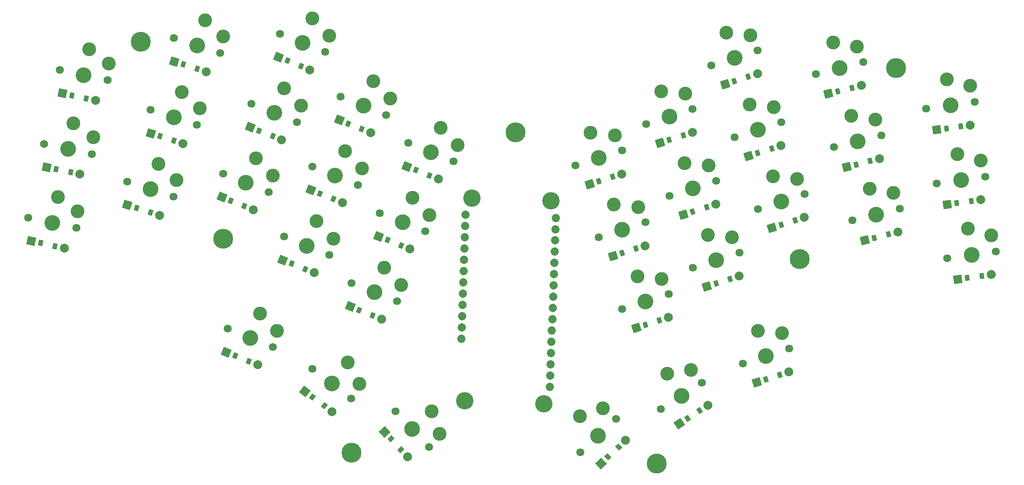
<source format=gbr>
%TF.GenerationSoftware,KiCad,Pcbnew,9.0.0*%
%TF.CreationDate,2025-06-15T19:28:49-07:00*%
%TF.ProjectId,flexible-determinist,666c6578-6962-46c6-952d-64657465726d,v1.0.0*%
%TF.SameCoordinates,Original*%
%TF.FileFunction,Soldermask,Top*%
%TF.FilePolarity,Negative*%
%FSLAX46Y46*%
G04 Gerber Fmt 4.6, Leading zero omitted, Abs format (unit mm)*
G04 Created by KiCad (PCBNEW 9.0.0) date 2025-06-15 19:28:49*
%MOMM*%
%LPD*%
G01*
G04 APERTURE LIST*
G04 Aperture macros list*
%AMRoundRect*
0 Rectangle with rounded corners*
0 $1 Rounding radius*
0 $2 $3 $4 $5 $6 $7 $8 $9 X,Y pos of 4 corners*
0 Add a 4 corners polygon primitive as box body*
4,1,4,$2,$3,$4,$5,$6,$7,$8,$9,$2,$3,0*
0 Add four circle primitives for the rounded corners*
1,1,$1+$1,$2,$3*
1,1,$1+$1,$4,$5*
1,1,$1+$1,$6,$7*
1,1,$1+$1,$8,$9*
0 Add four rect primitives between the rounded corners*
20,1,$1+$1,$2,$3,$4,$5,0*
20,1,$1+$1,$4,$5,$6,$7,0*
20,1,$1+$1,$6,$7,$8,$9,0*
20,1,$1+$1,$8,$9,$2,$3,0*%
G04 Aperture macros list end*
%ADD10C,1.801800*%
%ADD11C,3.529000*%
%ADD12C,3.100000*%
%ADD13RoundRect,0.050000X-1.157292X-0.491241X0.491241X-1.157292X1.157292X0.491241X-0.491241X1.157292X0*%
%ADD14RoundRect,0.050000X-0.641997X-0.387737X0.192469X-0.724883X0.641997X0.387737X-0.192469X0.724883X0*%
%ADD15C,2.005000*%
%ADD16C,0.800000*%
%ADD17C,4.500000*%
%ADD18RoundRect,0.050000X-0.570773X-1.120205X1.120205X-0.570773X0.570773X1.120205X-1.120205X0.570773X0*%
%ADD19RoundRect,0.050000X-0.242565X-0.709692X0.613386X-0.431576X0.242565X0.709692X-0.613386X0.431576X0*%
%ADD20RoundRect,0.050000X-0.647524X-1.077661X1.077661X-0.647524X0.647524X1.077661X-1.077661X0.647524X0*%
%ADD21RoundRect,0.050000X-0.291480X-0.691042X0.581786X-0.473313X0.291480X0.691042X-0.581786X0.473313X0*%
%ADD22RoundRect,0.050000X-1.120205X-0.570773X0.570773X-1.120205X1.120205X0.570773X-0.570773X1.120205X0*%
%ADD23RoundRect,0.050000X-0.613386X-0.431576X0.242565X-0.709692X0.613386X0.431576X-0.242565X0.709692X0*%
%ADD24RoundRect,0.050000X-0.261394X-1.229762X1.229762X-0.261394X0.261394X1.229762X-1.229762X0.261394X0*%
%ADD25RoundRect,0.050000X-0.050618X-0.748290X0.704185X-0.258115X0.050618X0.748290X-0.704185X0.258115X0*%
%ADD26RoundRect,0.050000X-1.256470X0.043877X-0.043877X-1.256470X1.256470X-0.043877X0.043877X1.256470X0*%
%ADD27RoundRect,0.050000X-0.745711X-0.080090X-0.131913X-0.738308X0.745711X0.080090X0.131913X0.738308X0*%
%ADD28RoundRect,0.050000X-1.054407X-0.684740X0.684740X-1.054407X1.054407X0.684740X-0.684740X1.054407X0*%
%ADD29RoundRect,0.050000X-0.564913X-0.493328X0.315419X-0.680449X0.564913X0.493328X-0.315419X0.680449X0*%
%ADD30RoundRect,0.050000X-0.756623X-1.004073X1.004073X-0.756623X0.756623X1.004073X-1.004073X0.756623X0*%
%ADD31RoundRect,0.050000X-0.362117X-0.656789X0.529124X-0.531533X0.362117X0.656789X-0.529124X0.531533X0*%
%ADD32C,3.910000*%
%ADD33C,1.852600*%
%ADD34RoundRect,0.050000X-1.245001X-0.174973X0.174973X-1.245001X1.245001X0.174973X-0.174973X1.245001X0*%
%ADD35RoundRect,0.050000X-0.720475X-0.208365X-0.001703X-0.749998X0.720475X0.208365X0.001703X0.749998X0*%
%ADD36RoundRect,0.050000X-0.043877X-1.256470X1.256470X-0.043877X0.043877X1.256470X-1.256470X0.043877X0*%
%ADD37RoundRect,0.050000X0.080090X-0.745711X0.738308X-0.131913X-0.080090X0.745711X-0.738308X0.131913X0*%
G04 APERTURE END LIST*
D10*
%TO.C,S25*%
X218823224Y-122029143D03*
D11*
X224054036Y-120329556D03*
D12*
X222215389Y-114670765D03*
X227650504Y-115218005D03*
D10*
X229284848Y-118629969D03*
%TD*%
%TO.C,S36*%
X178829601Y-176801530D03*
D12*
X178794163Y-168698984D03*
D11*
X182852053Y-173050538D03*
D12*
X183951327Y-166897971D03*
D10*
X186874505Y-169299546D03*
%TD*%
%TO.C,S27*%
X208316652Y-89693218D03*
D11*
X213547464Y-87993631D03*
D12*
X211708817Y-82334840D03*
X217143932Y-82882080D03*
D10*
X218778276Y-86294044D03*
%TD*%
D13*
%TO.C,D9*%
X110951719Y-87808347D03*
D14*
X112954434Y-88617498D03*
X116014144Y-89853698D03*
D15*
X118016859Y-90662849D03*
%TD*%
D10*
%TO.C,S29*%
X198923059Y-119031932D03*
D11*
X204153871Y-117332345D03*
D12*
X202315224Y-111673554D03*
X207750339Y-112220794D03*
D10*
X209384683Y-115632758D03*
%TD*%
D16*
%TO.C,_6*%
X248220254Y-90541990D03*
X248536449Y-89319362D03*
X248861205Y-91630104D03*
X250083833Y-91946299D03*
D17*
X249854198Y-90312355D03*
D16*
X249624563Y-88678411D03*
X250847191Y-88994606D03*
X251171947Y-91305348D03*
X251488142Y-90082720D03*
%TD*%
D10*
%TO.C,S8*%
X104889498Y-98301470D03*
D12*
X112217916Y-94845061D03*
D11*
X109989011Y-100361806D03*
D12*
X116029704Y-98757898D03*
D10*
X115088524Y-102422142D03*
%TD*%
D18*
%TO.C,D25*%
X221975605Y-126262195D03*
D19*
X224029888Y-125594715D03*
X227168372Y-124574965D03*
D15*
X229222655Y-123907485D03*
%TD*%
D20*
%TO.C,D24*%
X234682772Y-96036629D03*
D21*
X236778609Y-95514073D03*
X239980579Y-94715737D03*
D15*
X242076416Y-94193181D03*
%TD*%
D18*
%TO.C,D26*%
X216722315Y-110094229D03*
D19*
X218776598Y-109426749D03*
X221915082Y-108406999D03*
D15*
X223969365Y-107739519D03*
%TD*%
D10*
%TO.C,S16*%
X99514344Y-148977960D03*
D12*
X106842762Y-145521551D03*
D11*
X104613857Y-151038296D03*
D12*
X110654550Y-149434388D03*
D10*
X109713370Y-153098632D03*
%TD*%
%TO.C,S21*%
X256692410Y-99449577D03*
D12*
X261310805Y-92792030D03*
D11*
X262138885Y-98684125D03*
D12*
X266568326Y-94274748D03*
D10*
X267585360Y-97918673D03*
%TD*%
D18*
%TO.C,D34*%
X218549355Y-161022238D03*
D19*
X220603638Y-160354758D03*
X223742122Y-159335008D03*
D15*
X225796405Y-158667528D03*
%TD*%
D22*
%TO.C,D6*%
X87465399Y-88794048D03*
D23*
X89519677Y-89461524D03*
X92658165Y-90481280D03*
D15*
X94712443Y-91148756D03*
%TD*%
D13*
%TO.C,D16*%
X99208258Y-154246971D03*
D14*
X101210973Y-155056122D03*
X104270683Y-156292322D03*
D15*
X106273398Y-157101473D03*
%TD*%
D16*
%TO.C,_2*%
X78363331Y-84037057D03*
X78593469Y-85278765D03*
X79078622Y-82996304D03*
X80320330Y-82766166D03*
D17*
X79977276Y-84380111D03*
D16*
X79634222Y-85994056D03*
X80875930Y-85763918D03*
X81361083Y-83481457D03*
X81591221Y-84723165D03*
%TD*%
D10*
%TO.C,S30*%
X193669765Y-102863976D03*
D11*
X198900577Y-101164389D03*
D12*
X197061930Y-95505598D03*
X202497045Y-96052838D03*
D10*
X204131389Y-99464802D03*
%TD*%
%TO.C,S17*%
X118544640Y-158033706D03*
D11*
X122937132Y-161343687D03*
D12*
X126517933Y-156591806D03*
X129187116Y-161357879D03*
D10*
X127329624Y-164653668D03*
%TD*%
%TO.C,S7*%
X98521175Y-114063592D03*
D12*
X105849593Y-110607183D03*
D11*
X103620688Y-116123928D03*
D12*
X109661381Y-114520020D03*
D10*
X108720201Y-118184264D03*
%TD*%
D24*
%TO.C,D35*%
X201158154Y-170360147D03*
D25*
X202969683Y-169183729D03*
X205737297Y-167386421D03*
D15*
X207548826Y-166210003D03*
%TD*%
D26*
%TO.C,D18*%
X134789510Y-172214123D03*
D27*
X136262627Y-173793848D03*
X138513221Y-176207314D03*
D15*
X139986338Y-177787039D03*
%TD*%
D28*
%TO.C,D2*%
X58837741Y-112601668D03*
D29*
X60950541Y-113050758D03*
X64178431Y-113736866D03*
D15*
X66291231Y-114185956D03*
%TD*%
D18*
%TO.C,D29*%
X202075426Y-123264989D03*
D19*
X204129709Y-122597509D03*
X207268193Y-121577759D03*
D15*
X209322476Y-120910279D03*
%TD*%
D18*
%TO.C,D31*%
X191445775Y-148799494D03*
D19*
X193500058Y-148132014D03*
X196638542Y-147112264D03*
D15*
X198692825Y-146444784D03*
%TD*%
D10*
%TO.C,S31*%
X188293398Y-144566434D03*
D11*
X193524210Y-142866847D03*
D12*
X191685563Y-137208056D03*
X197120678Y-137755296D03*
D10*
X198755022Y-141167260D03*
%TD*%
%TO.C,S34*%
X215396978Y-156789191D03*
D11*
X220627790Y-155089604D03*
D12*
X218789143Y-149430813D03*
X224224258Y-149978053D03*
D10*
X225858602Y-153390017D03*
%TD*%
%TO.C,S2*%
X58224228Y-107359562D03*
D12*
X64841115Y-102683098D03*
D11*
X63604040Y-108503076D03*
D12*
X69274442Y-105874579D03*
D10*
X68983852Y-109646590D03*
%TD*%
D16*
%TO.C,_4*%
X126290186Y-175709731D03*
X127473067Y-175267469D03*
X125766488Y-176858880D03*
X128622216Y-175791167D03*
D17*
X127415483Y-176916464D03*
D16*
X126208750Y-178041761D03*
X129064478Y-176974048D03*
X127357899Y-178565459D03*
X128540780Y-178123197D03*
%TD*%
D10*
%TO.C,S28*%
X204176349Y-135199897D03*
D11*
X209407161Y-133500310D03*
D12*
X207568514Y-127841519D03*
X213003629Y-128388759D03*
D10*
X214637973Y-131800723D03*
%TD*%
D18*
%TO.C,D27*%
X211469030Y-93926274D03*
D19*
X213523313Y-93258794D03*
X216661797Y-92239044D03*
D15*
X218716080Y-91571564D03*
%TD*%
D10*
%TO.C,S11*%
X118581958Y-112461862D03*
D12*
X125910376Y-109005453D03*
D11*
X123681471Y-114522198D03*
D12*
X129722164Y-112918290D03*
D10*
X128780984Y-116582534D03*
%TD*%
D30*
%TO.C,D21*%
X259061821Y-104165720D03*
D31*
X261200801Y-103865105D03*
X264468689Y-103405835D03*
D15*
X266607669Y-103105220D03*
%TD*%
D13*
%TO.C,D12*%
X124644175Y-101968739D03*
D14*
X126646890Y-102777890D03*
X129706600Y-104014090D03*
D15*
X131709315Y-104823241D03*
%TD*%
D30*
%TO.C,D19*%
X263793709Y-137834828D03*
D31*
X265932689Y-137534213D03*
X269200577Y-137074943D03*
D15*
X271339557Y-136774328D03*
%TD*%
D16*
%TO.C,_5*%
X162658148Y-104716843D03*
X163181846Y-103567694D03*
X163100410Y-105899724D03*
X164364727Y-103125432D03*
D17*
X164307143Y-104774427D03*
D16*
X164249559Y-106423422D03*
X165513876Y-103649130D03*
X165432440Y-105981160D03*
X165956138Y-104832011D03*
%TD*%
D22*
%TO.C,D4*%
X76958824Y-121129964D03*
D23*
X79013102Y-121797440D03*
X82151590Y-122817196D03*
D15*
X84205868Y-123484672D03*
%TD*%
D16*
%TO.C,_8*%
X194869815Y-180439456D03*
X194427553Y-179256575D03*
X196018964Y-180963154D03*
X194951251Y-178107426D03*
D17*
X196076548Y-179314159D03*
D16*
X197201845Y-180520892D03*
X196134132Y-177665164D03*
X197725543Y-179371743D03*
X197283281Y-178188862D03*
%TD*%
D10*
%TO.C,S24*%
X231833367Y-91593992D03*
D11*
X237169993Y-90263426D03*
D12*
X235730564Y-84490167D03*
X241114264Y-85415204D03*
D10*
X242506619Y-88932860D03*
%TD*%
%TO.C,S1*%
X54689729Y-123988067D03*
D12*
X61306616Y-119311603D03*
D11*
X60069541Y-125131581D03*
D12*
X65739943Y-122503084D03*
D10*
X65449353Y-126275095D03*
%TD*%
D16*
%TO.C,_7*%
X226687433Y-133773800D03*
X226786514Y-132514841D03*
X227507591Y-134734086D03*
X228766550Y-134833167D03*
D17*
X228256675Y-133263925D03*
D16*
X227746800Y-131694683D03*
X229005759Y-131793764D03*
X229726836Y-134013009D03*
X229825917Y-132754050D03*
%TD*%
D10*
%TO.C,S33*%
X177786822Y-112230509D03*
D11*
X183017634Y-110530922D03*
D12*
X181178987Y-104872131D03*
X186614102Y-105419371D03*
D10*
X188248446Y-108831335D03*
%TD*%
%TO.C,S3*%
X61758725Y-90731048D03*
D12*
X68375612Y-86054584D03*
D11*
X67138537Y-91874562D03*
D12*
X72808939Y-89246065D03*
D10*
X72518349Y-93018076D03*
%TD*%
D32*
%TO.C,_1*%
X152847892Y-165231875D03*
X170617061Y-165852388D03*
X154443497Y-119539726D03*
X172212666Y-120160239D03*
D33*
X152066212Y-151226063D03*
X152154857Y-148687610D03*
X152243501Y-146149157D03*
X152332142Y-143610705D03*
X152420787Y-141072251D03*
X152509435Y-138533799D03*
X152598081Y-135995346D03*
X152686725Y-133456894D03*
X152775369Y-130918440D03*
X152864013Y-128379988D03*
X152952667Y-125841536D03*
X153041304Y-123303083D03*
X172019254Y-162089031D03*
X172107891Y-159550578D03*
X172196545Y-157012126D03*
X172285189Y-154473674D03*
X172373833Y-151935220D03*
X172462477Y-149396768D03*
X172551123Y-146858315D03*
X172639771Y-144319863D03*
X172728416Y-141781409D03*
X172817057Y-139242957D03*
X172905701Y-136704504D03*
X172994346Y-134166051D03*
X173082991Y-131627599D03*
X173171637Y-129089146D03*
X173260272Y-126550693D03*
X173348925Y-124012241D03*
%TD*%
D13*
%TO.C,D11*%
X118275865Y-117730867D03*
D14*
X120278580Y-118540018D03*
X123338290Y-119776218D03*
D15*
X125341005Y-120585369D03*
%TD*%
D18*
%TO.C,D33*%
X180939204Y-116463566D03*
D19*
X182993487Y-115796086D03*
X186131971Y-114776336D03*
D15*
X188186254Y-114108856D03*
%TD*%
D18*
%TO.C,D30*%
X196822143Y-107097028D03*
D19*
X198876426Y-106429548D03*
X202014910Y-105409798D03*
D15*
X204069193Y-104742318D03*
%TD*%
D30*
%TO.C,D20*%
X261427770Y-121000268D03*
D31*
X263566750Y-120699653D03*
X266834638Y-120240383D03*
D15*
X268973618Y-119939768D03*
%TD*%
D10*
%TO.C,S32*%
X183040112Y-128398479D03*
D11*
X188270924Y-126698892D03*
D12*
X186432277Y-121040101D03*
X191867392Y-121587341D03*
D10*
X193501736Y-124999305D03*
%TD*%
%TO.C,S15*%
X140141147Y-107151394D03*
D12*
X147469565Y-103694985D03*
D11*
X145240660Y-109211730D03*
D12*
X151281353Y-107607822D03*
D10*
X150340173Y-111272066D03*
%TD*%
D13*
%TO.C,D15*%
X139835061Y-112420386D03*
D14*
X141837776Y-113229537D03*
X144897486Y-114465737D03*
D15*
X146900201Y-115274888D03*
%TD*%
D13*
%TO.C,D14*%
X133466748Y-128182515D03*
D14*
X135469463Y-128991666D03*
X138529173Y-130227866D03*
D15*
X140531888Y-131037017D03*
%TD*%
D22*
%TO.C,D5*%
X82212107Y-104962010D03*
D23*
X84266385Y-105629486D03*
X87404873Y-106649242D03*
D15*
X89459151Y-107316718D03*
%TD*%
D10*
%TO.C,S10*%
X112213640Y-128223980D03*
D12*
X119542058Y-124767571D03*
D11*
X117313153Y-130284316D03*
D12*
X123353846Y-128680408D03*
D10*
X122412666Y-132344652D03*
%TD*%
%TO.C,S9*%
X111257805Y-82539340D03*
D12*
X118586223Y-79082931D03*
D11*
X116357318Y-84599676D03*
D12*
X122398011Y-82995768D03*
D10*
X121456831Y-86660012D03*
%TD*%
%TO.C,S18*%
X137293693Y-167568138D03*
D12*
X145396239Y-167532700D03*
D11*
X141044685Y-171590590D03*
D12*
X147197252Y-172689864D03*
D10*
X144795677Y-175613042D03*
%TD*%
%TO.C,S19*%
X261424292Y-133118691D03*
D12*
X266042687Y-126461144D03*
D11*
X266870767Y-132353239D03*
D12*
X271300208Y-127943862D03*
D10*
X272317242Y-131587787D03*
%TD*%
%TO.C,S5*%
X82149908Y-99684490D03*
D12*
X89219366Y-95725291D03*
D11*
X87380720Y-101384077D03*
D12*
X93294817Y-99362696D03*
D10*
X92611532Y-103083664D03*
%TD*%
D13*
%TO.C,D8*%
X104583402Y-103570467D03*
D14*
X106586117Y-104379618D03*
X109645827Y-105615818D03*
D15*
X111648542Y-106424969D03*
%TD*%
D10*
%TO.C,S12*%
X124950262Y-96699724D03*
D12*
X132278680Y-93243315D03*
D11*
X130049775Y-98760060D03*
D12*
X136090468Y-97156152D03*
D10*
X135149288Y-100820396D03*
%TD*%
D20*
%TO.C,D22*%
X242908114Y-129026686D03*
D21*
X245003951Y-128504130D03*
X248205921Y-127705794D03*
D15*
X250301758Y-127183238D03*
%TD*%
D10*
%TO.C,S13*%
X127404520Y-138675631D03*
D12*
X134732938Y-135219222D03*
D11*
X132504033Y-140735967D03*
D12*
X138544726Y-139132059D03*
D10*
X137603546Y-142796303D03*
%TD*%
D28*
%TO.C,D3*%
X62372228Y-95973156D03*
D29*
X64485028Y-96422246D03*
X67712918Y-97108354D03*
D15*
X69825718Y-97557444D03*
%TD*%
D34*
%TO.C,D17*%
X116885245Y-163043947D03*
D35*
X118610297Y-164343874D03*
X121245795Y-166329864D03*
D15*
X122970847Y-167629791D03*
%TD*%
D18*
%TO.C,D28*%
X207328714Y-139432949D03*
D19*
X209382997Y-138765469D03*
X212521481Y-137745719D03*
D15*
X214575764Y-137078239D03*
%TD*%
D10*
%TO.C,S14*%
X133772833Y-122913515D03*
D12*
X141101251Y-119457106D03*
D11*
X138872346Y-124973851D03*
D12*
X144913039Y-123369943D03*
D10*
X143971859Y-127034187D03*
%TD*%
D13*
%TO.C,D10*%
X111907552Y-133492992D03*
D14*
X113910267Y-134302143D03*
X116969977Y-135538343D03*
D15*
X118972692Y-136347494D03*
%TD*%
D18*
%TO.C,D32*%
X186192476Y-132631525D03*
D19*
X188246759Y-131964045D03*
X191385243Y-130944295D03*
D15*
X193439526Y-130276815D03*
%TD*%
D13*
%TO.C,D13*%
X127098432Y-143944644D03*
D14*
X129101147Y-144753795D03*
X132160857Y-145989995D03*
D15*
X134163572Y-146799146D03*
%TD*%
D20*
%TO.C,D23*%
X238795451Y-112531656D03*
D21*
X240891288Y-112009100D03*
X244093258Y-111210764D03*
D15*
X246189095Y-110688208D03*
%TD*%
D16*
%TO.C,_3*%
X96996191Y-128115524D03*
X97881340Y-127214791D03*
X97007213Y-129378330D03*
X99144146Y-127203769D03*
D17*
X98526046Y-128733624D03*
D16*
X97907946Y-130263479D03*
X100044879Y-128088918D03*
X99170752Y-130252457D03*
X100055901Y-129351724D03*
%TD*%
D10*
%TO.C,S35*%
X197017593Y-167087228D03*
D12*
X198389683Y-159101629D03*
D11*
X201630287Y-164091718D03*
D12*
X203781244Y-158223509D03*
D10*
X206242981Y-161096208D03*
%TD*%
%TO.C,S23*%
X235946035Y-108089019D03*
D11*
X241282661Y-106758453D03*
D12*
X239843232Y-100985194D03*
X245226932Y-101910231D03*
D10*
X246619287Y-105427887D03*
%TD*%
D13*
%TO.C,D7*%
X98215100Y-119332598D03*
D14*
X100217815Y-120141749D03*
X103277525Y-121377949D03*
D15*
X105280240Y-122187100D03*
%TD*%
D10*
%TO.C,S26*%
X213569941Y-105861182D03*
D11*
X218800753Y-104161595D03*
D12*
X216962106Y-98502804D03*
X222397221Y-99050044D03*
D10*
X224031565Y-102462008D03*
%TD*%
D28*
%TO.C,D1*%
X55303229Y-129230173D03*
D29*
X57416029Y-129679263D03*
X60643919Y-130365371D03*
D15*
X62756719Y-130814461D03*
%TD*%
D10*
%TO.C,S4*%
X76896617Y-115852457D03*
D12*
X83966075Y-111893258D03*
D11*
X82127429Y-117552044D03*
D12*
X88041526Y-115530663D03*
D10*
X87358241Y-119251631D03*
%TD*%
%TO.C,S20*%
X259058350Y-116284135D03*
D12*
X263676745Y-109626588D03*
D11*
X264504825Y-115518683D03*
D12*
X268934266Y-111109306D03*
D10*
X269951300Y-114753231D03*
%TD*%
%TO.C,S6*%
X87403200Y-83516533D03*
D12*
X94472658Y-79557334D03*
D11*
X92634012Y-85216120D03*
D12*
X98548109Y-83194739D03*
D10*
X97864824Y-86915707D03*
%TD*%
D36*
%TO.C,D36*%
X183475594Y-179305711D03*
D37*
X185055319Y-177832594D03*
X187468785Y-175582000D03*
D15*
X189048510Y-174108883D03*
%TD*%
D10*
%TO.C,S22*%
X240058706Y-124584047D03*
D11*
X245395332Y-123253481D03*
D12*
X243955903Y-117480222D03*
X249339603Y-118405259D03*
D10*
X250731958Y-121922915D03*
%TD*%
M02*

</source>
